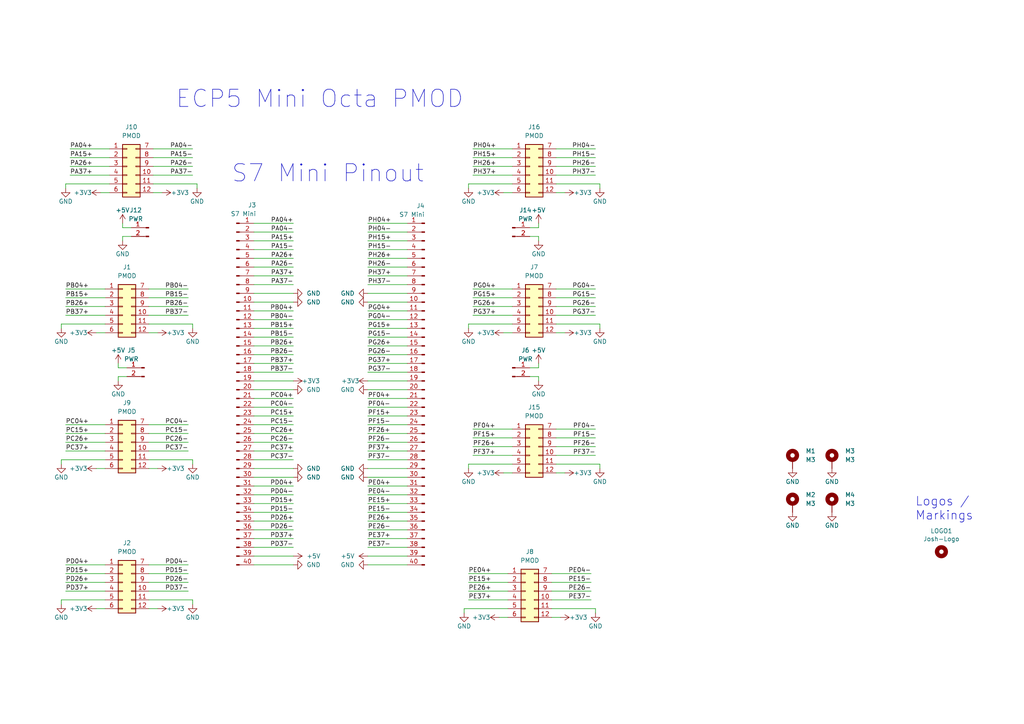
<source format=kicad_sch>
(kicad_sch (version 20201015) (generator eeschema)
  (paper "A4")
  (title_block (title "Quad PMOD") (date "2020-09-20") (rev "0.1"))
  (lib_symbols
    (symbol "Connector:Conn_01x02_Male" (pin_names (offset 1.016) hide)
      (property "Reference" "J" (at 0 2.54 0))
      (property "Value" "Conn_01x02_Male" (at 0 -5.08 0))
      (symbol "Conn_01x02_Male_1_1"
        (pin passive line (at 5.08 0 180) (length 3.81) (name "Pin_1") (number "1"))
        (pin passive line (at 5.08 -2.54 180) (length 3.81) (name "Pin_2") (number "2"))
      )
    )
    (symbol "Connector:Conn_01x40_Male" (pin_names (offset 1.016) hide)
      (property "Reference" "J" (at 0 50.8 0))
      (property "Value" "Conn_01x40_Male" (at 0 -53.34 0))
      (symbol "Conn_01x40_Male_1_1"
        (pin passive line (at 5.08 48.26 180) (length 3.81) (name "Pin_1") (number "1"))
        (pin passive line (at 5.08 25.4 180) (length 3.81) (name "Pin_10") (number "10"))
        (pin passive line (at 5.08 22.86 180) (length 3.81) (name "Pin_11") (number "11"))
        (pin passive line (at 5.08 20.32 180) (length 3.81) (name "Pin_12") (number "12"))
        (pin passive line (at 5.08 17.78 180) (length 3.81) (name "Pin_13") (number "13"))
        (pin passive line (at 5.08 15.24 180) (length 3.81) (name "Pin_14") (number "14"))
        (pin passive line (at 5.08 12.7 180) (length 3.81) (name "Pin_15") (number "15"))
        (pin passive line (at 5.08 10.16 180) (length 3.81) (name "Pin_16") (number "16"))
        (pin passive line (at 5.08 7.62 180) (length 3.81) (name "Pin_17") (number "17"))
        (pin passive line (at 5.08 5.08 180) (length 3.81) (name "Pin_18") (number "18"))
        (pin passive line (at 5.08 2.54 180) (length 3.81) (name "Pin_19") (number "19"))
        (pin passive line (at 5.08 45.72 180) (length 3.81) (name "Pin_2") (number "2"))
        (pin passive line (at 5.08 0 180) (length 3.81) (name "Pin_20") (number "20"))
        (pin passive line (at 5.08 -2.54 180) (length 3.81) (name "Pin_21") (number "21"))
        (pin passive line (at 5.08 -5.08 180) (length 3.81) (name "Pin_22") (number "22"))
        (pin passive line (at 5.08 -7.62 180) (length 3.81) (name "Pin_23") (number "23"))
        (pin passive line (at 5.08 -10.16 180) (length 3.81) (name "Pin_24") (number "24"))
        (pin passive line (at 5.08 -12.7 180) (length 3.81) (name "Pin_25") (number "25"))
        (pin passive line (at 5.08 -15.24 180) (length 3.81) (name "Pin_26") (number "26"))
        (pin passive line (at 5.08 -17.78 180) (length 3.81) (name "Pin_27") (number "27"))
        (pin passive line (at 5.08 -20.32 180) (length 3.81) (name "Pin_28") (number "28"))
        (pin passive line (at 5.08 -22.86 180) (length 3.81) (name "Pin_29") (number "29"))
        (pin passive line (at 5.08 43.18 180) (length 3.81) (name "Pin_3") (number "3"))
        (pin passive line (at 5.08 -25.4 180) (length 3.81) (name "Pin_30") (number "30"))
        (pin passive line (at 5.08 -27.94 180) (length 3.81) (name "Pin_31") (number "31"))
        (pin passive line (at 5.08 -30.48 180) (length 3.81) (name "Pin_32") (number "32"))
        (pin passive line (at 5.08 -33.02 180) (length 3.81) (name "Pin_33") (number "33"))
        (pin passive line (at 5.08 -35.56 180) (length 3.81) (name "Pin_34") (number "34"))
        (pin passive line (at 5.08 -38.1 180) (length 3.81) (name "Pin_35") (number "35"))
        (pin passive line (at 5.08 -40.64 180) (length 3.81) (name "Pin_36") (number "36"))
        (pin passive line (at 5.08 -43.18 180) (length 3.81) (name "Pin_37") (number "37"))
        (pin passive line (at 5.08 -45.72 180) (length 3.81) (name "Pin_38") (number "38"))
        (pin passive line (at 5.08 -48.26 180) (length 3.81) (name "Pin_39") (number "39"))
        (pin passive line (at 5.08 40.64 180) (length 3.81) (name "Pin_4") (number "4"))
        (pin passive line (at 5.08 -50.8 180) (length 3.81) (name "Pin_40") (number "40"))
        (pin passive line (at 5.08 38.1 180) (length 3.81) (name "Pin_5") (number "5"))
        (pin passive line (at 5.08 35.56 180) (length 3.81) (name "Pin_6") (number "6"))
        (pin passive line (at 5.08 33.02 180) (length 3.81) (name "Pin_7") (number "7"))
        (pin passive line (at 5.08 30.48 180) (length 3.81) (name "Pin_8") (number "8"))
        (pin passive line (at 5.08 27.94 180) (length 3.81) (name "Pin_9") (number "9"))
      )
    )
    (symbol "Connector:Conn_01x40_Male_1" (pin_names (offset 1.016) hide)
      (property "Reference" "J" (at 0 50.8 0))
      (property "Value" "Conn_01x40_Male" (at 0 -53.34 0))
      (symbol "Conn_01x40_Male_1_1_1"
        (pin passive line (at 5.08 48.26 180) (length 3.81) (name "Pin_1") (number "1"))
        (pin passive line (at 5.08 25.4 180) (length 3.81) (name "Pin_10") (number "10"))
        (pin passive line (at 5.08 22.86 180) (length 3.81) (name "Pin_11") (number "11"))
        (pin passive line (at 5.08 20.32 180) (length 3.81) (name "Pin_12") (number "12"))
        (pin passive line (at 5.08 17.78 180) (length 3.81) (name "Pin_13") (number "13"))
        (pin passive line (at 5.08 15.24 180) (length 3.81) (name "Pin_14") (number "14"))
        (pin passive line (at 5.08 12.7 180) (length 3.81) (name "Pin_15") (number "15"))
        (pin passive line (at 5.08 10.16 180) (length 3.81) (name "Pin_16") (number "16"))
        (pin passive line (at 5.08 7.62 180) (length 3.81) (name "Pin_17") (number "17"))
        (pin passive line (at 5.08 5.08 180) (length 3.81) (name "Pin_18") (number "18"))
        (pin passive line (at 5.08 2.54 180) (length 3.81) (name "Pin_19") (number "19"))
        (pin passive line (at 5.08 45.72 180) (length 3.81) (name "Pin_2") (number "2"))
        (pin passive line (at 5.08 0 180) (length 3.81) (name "Pin_20") (number "20"))
        (pin passive line (at 5.08 -2.54 180) (length 3.81) (name "Pin_21") (number "21"))
        (pin passive line (at 5.08 -5.08 180) (length 3.81) (name "Pin_22") (number "22"))
        (pin passive line (at 5.08 -7.62 180) (length 3.81) (name "Pin_23") (number "23"))
        (pin passive line (at 5.08 -10.16 180) (length 3.81) (name "Pin_24") (number "24"))
        (pin passive line (at 5.08 -12.7 180) (length 3.81) (name "Pin_25") (number "25"))
        (pin passive line (at 5.08 -15.24 180) (length 3.81) (name "Pin_26") (number "26"))
        (pin passive line (at 5.08 -17.78 180) (length 3.81) (name "Pin_27") (number "27"))
        (pin passive line (at 5.08 -20.32 180) (length 3.81) (name "Pin_28") (number "28"))
        (pin passive line (at 5.08 -22.86 180) (length 3.81) (name "Pin_29") (number "29"))
        (pin passive line (at 5.08 43.18 180) (length 3.81) (name "Pin_3") (number "3"))
        (pin passive line (at 5.08 -25.4 180) (length 3.81) (name "Pin_30") (number "30"))
        (pin passive line (at 5.08 -27.94 180) (length 3.81) (name "Pin_31") (number "31"))
        (pin passive line (at 5.08 -30.48 180) (length 3.81) (name "Pin_32") (number "32"))
        (pin passive line (at 5.08 -33.02 180) (length 3.81) (name "Pin_33") (number "33"))
        (pin passive line (at 5.08 -35.56 180) (length 3.81) (name "Pin_34") (number "34"))
        (pin passive line (at 5.08 -38.1 180) (length 3.81) (name "Pin_35") (number "35"))
        (pin passive line (at 5.08 -40.64 180) (length 3.81) (name "Pin_36") (number "36"))
        (pin passive line (at 5.08 -43.18 180) (length 3.81) (name "Pin_37") (number "37"))
        (pin passive line (at 5.08 -45.72 180) (length 3.81) (name "Pin_38") (number "38"))
        (pin passive line (at 5.08 -48.26 180) (length 3.81) (name "Pin_39") (number "39"))
        (pin passive line (at 5.08 40.64 180) (length 3.81) (name "Pin_4") (number "4"))
        (pin passive line (at 5.08 -50.8 180) (length 3.81) (name "Pin_40") (number "40"))
        (pin passive line (at 5.08 38.1 180) (length 3.81) (name "Pin_5") (number "5"))
        (pin passive line (at 5.08 35.56 180) (length 3.81) (name "Pin_6") (number "6"))
        (pin passive line (at 5.08 33.02 180) (length 3.81) (name "Pin_7") (number "7"))
        (pin passive line (at 5.08 30.48 180) (length 3.81) (name "Pin_8") (number "8"))
        (pin passive line (at 5.08 27.94 180) (length 3.81) (name "Pin_9") (number "9"))
      )
    )
    (symbol "Connector_Generic:Conn_02x06_Top_Bottom" (pin_names (offset 1.016) hide)
      (property "Reference" "J" (at 1.27 7.62 0))
      (property "Value" "Conn_02x06_Top_Bottom" (at 1.27 -10.16 0))
      (symbol "Conn_02x06_Top_Bottom_1_1"
        (pin passive line (at -5.08 5.08 0) (length 3.81) (name "Pin_1") (number "1"))
        (pin passive line (at 7.62 -2.54 180) (length 3.81) (name "Pin_10") (number "10"))
        (pin passive line (at 7.62 -5.08 180) (length 3.81) (name "Pin_11") (number "11"))
        (pin passive line (at 7.62 -7.62 180) (length 3.81) (name "Pin_12") (number "12"))
        (pin passive line (at -5.08 2.54 0) (length 3.81) (name "Pin_2") (number "2"))
        (pin passive line (at -5.08 0 0) (length 3.81) (name "Pin_3") (number "3"))
        (pin passive line (at -5.08 -2.54 0) (length 3.81) (name "Pin_4") (number "4"))
        (pin passive line (at -5.08 -5.08 0) (length 3.81) (name "Pin_5") (number "5"))
        (pin passive line (at -5.08 -7.62 0) (length 3.81) (name "Pin_6") (number "6"))
        (pin passive line (at 7.62 5.08 180) (length 3.81) (name "Pin_7") (number "7"))
        (pin passive line (at 7.62 2.54 180) (length 3.81) (name "Pin_8") (number "8"))
        (pin passive line (at 7.62 0 180) (length 3.81) (name "Pin_9") (number "9"))
      )
    )
    (symbol "Mechanical:MountingHole" (pin_names (offset 1.016))
      (property "Reference" "H" (at 0 5.08 0))
      (property "Value" "MountingHole" (at 0 3.175 0))
    )
    (symbol "Mechanical:MountingHole_Pad" (pin_numbers hide) (pin_names (offset 1.016) hide)
      (property "Reference" "H" (at 0 6.35 0))
      (property "Value" "MountingHole_Pad" (at 0 4.445 0))
      (symbol "MountingHole_Pad_1_1"
        (pin input line (at 0 -2.54 90) (length 2.54) (name "1") (number "1"))
      )
    )
    (symbol "power:+3V3" (power) (pin_names (offset 0))
      (property "Value" "+3V3" (at 0 3.556 0))
      (symbol "+3V3_1_1"
        (pin power_in line (at 0 0 90) (length 0) hide (name "+3V3") (number "1"))
      )
    )
    (symbol "power:+5V" (power) (pin_names (offset 0))
      (property "Value" "+5V" (at 0 3.556 0))
      (symbol "+5V_1_1"
        (pin power_in line (at 0 0 90) (length 0) hide (name "+5V") (number "1"))
      )
    )
    (symbol "power:GND" (power) (pin_names (offset 0))
      (property "Value" "GND" (at 0 -3.81 0))
      (symbol "GND_1_1"
        (pin power_in line (at 0 0 270) (length 0) hide (name "GND") (number "1"))
      )
    )
  )
  (bus_alias "SD" (members "SD_DAT[0..3]" "SD_CMD" "SD_CLK" "SD_DET"))
  (bus_alias "USB" (members "USB_D-" "USB_D+" "USB_PU"))
  (bus_alias "HYPERRAM" (members "HR_nRST" "HR_nCS" "HR_CK_N" "HR_RWDS" "HR_DQ[0..7]" "HR_CK"))
  (bus_alias "LED" (members "LED_[0..7]" "LED_R" "LED_G" "LED_B"))
  (wire (pts (xy 17.78 93.98) (xy 17.78 95.25)))
  (wire (pts (xy 17.78 93.98) (xy 30.48 93.98)))
  (wire (pts (xy 17.78 133.35) (xy 17.78 134.62)))
  (wire (pts (xy 17.78 133.35) (xy 30.48 133.35)))
  (wire (pts (xy 17.78 173.99) (xy 17.78 175.26)))
  (wire (pts (xy 17.78 173.99) (xy 30.48 173.99)))
  (wire (pts (xy 19.05 53.34) (xy 19.05 54.61)))
  (wire (pts (xy 19.05 53.34) (xy 31.75 53.34)))
  (wire (pts (xy 27.94 96.52) (xy 30.48 96.52)))
  (wire (pts (xy 27.94 135.89) (xy 30.48 135.89)))
  (wire (pts (xy 27.94 176.53) (xy 30.48 176.53)))
  (wire (pts (xy 29.21 55.88) (xy 31.75 55.88)))
  (wire (pts (xy 30.48 83.82) (xy 19.05 83.82)))
  (wire (pts (xy 30.48 86.36) (xy 19.05 86.36)))
  (wire (pts (xy 30.48 88.9) (xy 19.05 88.9)))
  (wire (pts (xy 30.48 91.44) (xy 19.05 91.44)))
  (wire (pts (xy 30.48 123.19) (xy 19.05 123.19)))
  (wire (pts (xy 30.48 125.73) (xy 19.05 125.73)))
  (wire (pts (xy 30.48 128.27) (xy 19.05 128.27)))
  (wire (pts (xy 30.48 130.81) (xy 19.05 130.81)))
  (wire (pts (xy 30.48 163.83) (xy 19.05 163.83)))
  (wire (pts (xy 30.48 166.37) (xy 19.05 166.37)))
  (wire (pts (xy 30.48 168.91) (xy 19.05 168.91)))
  (wire (pts (xy 30.48 171.45) (xy 19.05 171.45)))
  (wire (pts (xy 31.75 43.18) (xy 20.32 43.18)))
  (wire (pts (xy 31.75 45.72) (xy 20.32 45.72)))
  (wire (pts (xy 31.75 48.26) (xy 20.32 48.26)))
  (wire (pts (xy 31.75 50.8) (xy 20.32 50.8)))
  (wire (pts (xy 34.29 105.41) (xy 34.29 106.68)))
  (wire (pts (xy 34.29 106.68) (xy 36.83 106.68)))
  (wire (pts (xy 34.29 109.22) (xy 34.29 110.49)))
  (wire (pts (xy 35.56 64.77) (xy 35.56 66.04)))
  (wire (pts (xy 35.56 66.04) (xy 38.1 66.04)))
  (wire (pts (xy 35.56 68.58) (xy 35.56 69.85)))
  (wire (pts (xy 36.83 109.22) (xy 34.29 109.22)))
  (wire (pts (xy 38.1 68.58) (xy 35.56 68.58)))
  (wire (pts (xy 43.18 83.82) (xy 54.61 83.82)))
  (wire (pts (xy 43.18 86.36) (xy 54.61 86.36)))
  (wire (pts (xy 43.18 88.9) (xy 54.61 88.9)))
  (wire (pts (xy 43.18 91.44) (xy 54.61 91.44)))
  (wire (pts (xy 43.18 93.98) (xy 55.88 93.98)))
  (wire (pts (xy 43.18 96.52) (xy 45.72 96.52)))
  (wire (pts (xy 43.18 123.19) (xy 54.61 123.19)))
  (wire (pts (xy 43.18 125.73) (xy 54.61 125.73)))
  (wire (pts (xy 43.18 128.27) (xy 54.61 128.27)))
  (wire (pts (xy 43.18 130.81) (xy 54.61 130.81)))
  (wire (pts (xy 43.18 133.35) (xy 55.88 133.35)))
  (wire (pts (xy 43.18 135.89) (xy 45.72 135.89)))
  (wire (pts (xy 43.18 163.83) (xy 54.61 163.83)))
  (wire (pts (xy 43.18 166.37) (xy 54.61 166.37)))
  (wire (pts (xy 43.18 168.91) (xy 54.61 168.91)))
  (wire (pts (xy 43.18 171.45) (xy 54.61 171.45)))
  (wire (pts (xy 43.18 173.99) (xy 55.88 173.99)))
  (wire (pts (xy 43.18 176.53) (xy 45.72 176.53)))
  (wire (pts (xy 44.45 43.18) (xy 55.88 43.18)))
  (wire (pts (xy 44.45 45.72) (xy 55.88 45.72)))
  (wire (pts (xy 44.45 48.26) (xy 55.88 48.26)))
  (wire (pts (xy 44.45 50.8) (xy 55.88 50.8)))
  (wire (pts (xy 44.45 53.34) (xy 57.15 53.34)))
  (wire (pts (xy 44.45 55.88) (xy 46.99 55.88)))
  (wire (pts (xy 55.88 93.98) (xy 55.88 95.25)))
  (wire (pts (xy 55.88 133.35) (xy 55.88 134.62)))
  (wire (pts (xy 55.88 173.99) (xy 55.88 175.26)))
  (wire (pts (xy 57.15 53.34) (xy 57.15 54.61)))
  (wire (pts (xy 73.66 64.77) (xy 85.09 64.77)))
  (wire (pts (xy 73.66 67.31) (xy 85.09 67.31)))
  (wire (pts (xy 73.66 69.85) (xy 85.09 69.85)))
  (wire (pts (xy 73.66 72.39) (xy 85.09 72.39)))
  (wire (pts (xy 73.66 74.93) (xy 85.09 74.93)))
  (wire (pts (xy 73.66 77.47) (xy 85.09 77.47)))
  (wire (pts (xy 73.66 80.01) (xy 85.09 80.01)))
  (wire (pts (xy 73.66 82.55) (xy 85.09 82.55)))
  (wire (pts (xy 73.66 85.09) (xy 85.09 85.09)))
  (wire (pts (xy 73.66 87.63) (xy 85.09 87.63)))
  (wire (pts (xy 73.66 90.17) (xy 85.09 90.17)))
  (wire (pts (xy 73.66 92.71) (xy 85.09 92.71)))
  (wire (pts (xy 73.66 95.25) (xy 85.09 95.25)))
  (wire (pts (xy 73.66 97.79) (xy 85.09 97.79)))
  (wire (pts (xy 73.66 100.33) (xy 85.09 100.33)))
  (wire (pts (xy 73.66 102.87) (xy 85.09 102.87)))
  (wire (pts (xy 73.66 105.41) (xy 85.09 105.41)))
  (wire (pts (xy 73.66 107.95) (xy 85.09 107.95)))
  (wire (pts (xy 73.66 110.49) (xy 85.09 110.49)))
  (wire (pts (xy 73.66 113.03) (xy 85.09 113.03)))
  (wire (pts (xy 73.66 115.57) (xy 85.09 115.57)))
  (wire (pts (xy 73.66 118.11) (xy 85.09 118.11)))
  (wire (pts (xy 73.66 120.65) (xy 85.09 120.65)))
  (wire (pts (xy 73.66 123.19) (xy 85.09 123.19)))
  (wire (pts (xy 73.66 125.73) (xy 85.09 125.73)))
  (wire (pts (xy 73.66 128.27) (xy 85.09 128.27)))
  (wire (pts (xy 73.66 130.81) (xy 85.09 130.81)))
  (wire (pts (xy 73.66 133.35) (xy 85.09 133.35)))
  (wire (pts (xy 73.66 135.89) (xy 85.09 135.89)))
  (wire (pts (xy 73.66 138.43) (xy 85.09 138.43)))
  (wire (pts (xy 73.66 140.97) (xy 85.09 140.97)))
  (wire (pts (xy 73.66 143.51) (xy 85.09 143.51)))
  (wire (pts (xy 73.66 146.05) (xy 85.09 146.05)))
  (wire (pts (xy 73.66 148.59) (xy 85.09 148.59)))
  (wire (pts (xy 73.66 151.13) (xy 85.09 151.13)))
  (wire (pts (xy 73.66 153.67) (xy 85.09 153.67)))
  (wire (pts (xy 73.66 156.21) (xy 85.09 156.21)))
  (wire (pts (xy 73.66 158.75) (xy 85.09 158.75)))
  (wire (pts (xy 73.66 161.29) (xy 85.09 161.29)))
  (wire (pts (xy 73.66 163.83) (xy 85.09 163.83)))
  (wire (pts (xy 106.68 85.09) (xy 118.11 85.09)))
  (wire (pts (xy 106.68 87.63) (xy 118.11 87.63)))
  (wire (pts (xy 106.68 110.49) (xy 118.11 110.49)))
  (wire (pts (xy 106.68 113.03) (xy 118.11 113.03)))
  (wire (pts (xy 106.68 135.89) (xy 118.11 135.89)))
  (wire (pts (xy 106.68 138.43) (xy 118.11 138.43)))
  (wire (pts (xy 106.68 161.29) (xy 118.11 161.29)))
  (wire (pts (xy 106.68 163.83) (xy 118.11 163.83)))
  (wire (pts (xy 118.11 64.77) (xy 106.68 64.77)))
  (wire (pts (xy 118.11 67.31) (xy 106.68 67.31)))
  (wire (pts (xy 118.11 69.85) (xy 106.68 69.85)))
  (wire (pts (xy 118.11 72.39) (xy 106.68 72.39)))
  (wire (pts (xy 118.11 74.93) (xy 106.68 74.93)))
  (wire (pts (xy 118.11 77.47) (xy 106.68 77.47)))
  (wire (pts (xy 118.11 80.01) (xy 106.68 80.01)))
  (wire (pts (xy 118.11 82.55) (xy 106.68 82.55)))
  (wire (pts (xy 118.11 90.17) (xy 106.68 90.17)))
  (wire (pts (xy 118.11 92.71) (xy 106.68 92.71)))
  (wire (pts (xy 118.11 95.25) (xy 106.68 95.25)))
  (wire (pts (xy 118.11 97.79) (xy 106.68 97.79)))
  (wire (pts (xy 118.11 100.33) (xy 106.68 100.33)))
  (wire (pts (xy 118.11 102.87) (xy 106.68 102.87)))
  (wire (pts (xy 118.11 105.41) (xy 106.68 105.41)))
  (wire (pts (xy 118.11 107.95) (xy 106.68 107.95)))
  (wire (pts (xy 118.11 115.57) (xy 106.68 115.57)))
  (wire (pts (xy 118.11 118.11) (xy 106.68 118.11)))
  (wire (pts (xy 118.11 120.65) (xy 106.68 120.65)))
  (wire (pts (xy 118.11 123.19) (xy 106.68 123.19)))
  (wire (pts (xy 118.11 125.73) (xy 106.68 125.73)))
  (wire (pts (xy 118.11 128.27) (xy 106.68 128.27)))
  (wire (pts (xy 118.11 130.81) (xy 106.68 130.81)))
  (wire (pts (xy 118.11 133.35) (xy 106.68 133.35)))
  (wire (pts (xy 118.11 140.97) (xy 106.68 140.97)))
  (wire (pts (xy 118.11 143.51) (xy 106.68 143.51)))
  (wire (pts (xy 118.11 146.05) (xy 106.68 146.05)))
  (wire (pts (xy 118.11 148.59) (xy 106.68 148.59)))
  (wire (pts (xy 118.11 151.13) (xy 106.68 151.13)))
  (wire (pts (xy 118.11 153.67) (xy 106.68 153.67)))
  (wire (pts (xy 118.11 156.21) (xy 106.68 156.21)))
  (wire (pts (xy 118.11 158.75) (xy 106.68 158.75)))
  (wire (pts (xy 134.62 176.53) (xy 134.62 177.8)))
  (wire (pts (xy 134.62 176.53) (xy 147.32 176.53)))
  (wire (pts (xy 135.89 53.34) (xy 135.89 54.61)))
  (wire (pts (xy 135.89 53.34) (xy 148.59 53.34)))
  (wire (pts (xy 135.89 93.98) (xy 135.89 95.25)))
  (wire (pts (xy 135.89 93.98) (xy 148.59 93.98)))
  (wire (pts (xy 135.89 134.62) (xy 135.89 135.89)))
  (wire (pts (xy 135.89 134.62) (xy 148.59 134.62)))
  (wire (pts (xy 144.78 179.07) (xy 147.32 179.07)))
  (wire (pts (xy 146.05 55.88) (xy 148.59 55.88)))
  (wire (pts (xy 146.05 96.52) (xy 148.59 96.52)))
  (wire (pts (xy 146.05 137.16) (xy 148.59 137.16)))
  (wire (pts (xy 147.32 166.37) (xy 135.89 166.37)))
  (wire (pts (xy 147.32 168.91) (xy 135.89 168.91)))
  (wire (pts (xy 147.32 171.45) (xy 135.89 171.45)))
  (wire (pts (xy 147.32 173.99) (xy 135.89 173.99)))
  (wire (pts (xy 148.59 43.18) (xy 137.16 43.18)))
  (wire (pts (xy 148.59 45.72) (xy 137.16 45.72)))
  (wire (pts (xy 148.59 48.26) (xy 137.16 48.26)))
  (wire (pts (xy 148.59 50.8) (xy 137.16 50.8)))
  (wire (pts (xy 148.59 83.82) (xy 137.16 83.82)))
  (wire (pts (xy 148.59 86.36) (xy 137.16 86.36)))
  (wire (pts (xy 148.59 88.9) (xy 137.16 88.9)))
  (wire (pts (xy 148.59 91.44) (xy 137.16 91.44)))
  (wire (pts (xy 148.59 124.46) (xy 137.16 124.46)))
  (wire (pts (xy 148.59 127) (xy 137.16 127)))
  (wire (pts (xy 148.59 129.54) (xy 137.16 129.54)))
  (wire (pts (xy 148.59 132.08) (xy 137.16 132.08)))
  (wire (pts (xy 153.67 68.58) (xy 156.21 68.58)))
  (wire (pts (xy 153.67 109.22) (xy 156.21 109.22)))
  (wire (pts (xy 156.21 64.77) (xy 156.21 66.04)))
  (wire (pts (xy 156.21 66.04) (xy 153.67 66.04)))
  (wire (pts (xy 156.21 68.58) (xy 156.21 69.85)))
  (wire (pts (xy 156.21 105.41) (xy 156.21 106.68)))
  (wire (pts (xy 156.21 106.68) (xy 153.67 106.68)))
  (wire (pts (xy 156.21 109.22) (xy 156.21 110.49)))
  (wire (pts (xy 160.02 166.37) (xy 171.45 166.37)))
  (wire (pts (xy 160.02 168.91) (xy 171.45 168.91)))
  (wire (pts (xy 160.02 171.45) (xy 171.45 171.45)))
  (wire (pts (xy 160.02 173.99) (xy 171.45 173.99)))
  (wire (pts (xy 160.02 176.53) (xy 172.72 176.53)))
  (wire (pts (xy 160.02 179.07) (xy 162.56 179.07)))
  (wire (pts (xy 161.29 43.18) (xy 172.72 43.18)))
  (wire (pts (xy 161.29 45.72) (xy 172.72 45.72)))
  (wire (pts (xy 161.29 48.26) (xy 172.72 48.26)))
  (wire (pts (xy 161.29 50.8) (xy 172.72 50.8)))
  (wire (pts (xy 161.29 53.34) (xy 173.99 53.34)))
  (wire (pts (xy 161.29 55.88) (xy 163.83 55.88)))
  (wire (pts (xy 161.29 83.82) (xy 172.72 83.82)))
  (wire (pts (xy 161.29 86.36) (xy 172.72 86.36)))
  (wire (pts (xy 161.29 88.9) (xy 172.72 88.9)))
  (wire (pts (xy 161.29 91.44) (xy 172.72 91.44)))
  (wire (pts (xy 161.29 93.98) (xy 173.99 93.98)))
  (wire (pts (xy 161.29 96.52) (xy 163.83 96.52)))
  (wire (pts (xy 161.29 124.46) (xy 172.72 124.46)))
  (wire (pts (xy 161.29 127) (xy 172.72 127)))
  (wire (pts (xy 161.29 129.54) (xy 172.72 129.54)))
  (wire (pts (xy 161.29 132.08) (xy 172.72 132.08)))
  (wire (pts (xy 161.29 134.62) (xy 173.99 134.62)))
  (wire (pts (xy 161.29 137.16) (xy 163.83 137.16)))
  (wire (pts (xy 172.72 176.53) (xy 172.72 177.8)))
  (wire (pts (xy 173.99 53.34) (xy 173.99 54.61)))
  (wire (pts (xy 173.99 93.98) (xy 173.99 95.25)))
  (wire (pts (xy 173.99 134.62) (xy 173.99 135.89)))
  (text "S7 Mini Pinout" (at 123.19 53.34 180) (effects (font (size 5 5)) (justify right bottom)))
  (text "ECP5 Mini Octa PMOD" (at 134.62 31.75 180) (effects (font (size 5 5)) (justify right bottom)))
  (text "Logos / \nMarkings" (at 265.43 151.13 0) (effects (font (size 2.54 2.54)) (justify left bottom)))
  (label "PB04+" (at 19.05 83.82 0))
  (label "PB15+" (at 19.05 86.36 0))
  (label "PB26+" (at 19.05 88.9 0))
  (label "PB37+" (at 19.05 91.44 0))
  (label "PC04+" (at 19.05 123.19 0))
  (label "PC15+" (at 19.05 125.73 0))
  (label "PC26+" (at 19.05 128.27 0))
  (label "PC37+" (at 19.05 130.81 0))
  (label "PD04+" (at 19.05 163.83 0))
  (label "PD15+" (at 19.05 166.37 0))
  (label "PD26+" (at 19.05 168.91 0))
  (label "PD37+" (at 19.05 171.45 0))
  (label "PA04+" (at 20.32 43.18 0))
  (label "PA15+" (at 20.32 45.72 0))
  (label "PA26+" (at 20.32 48.26 0))
  (label "PA37+" (at 20.32 50.8 0))
  (label "PB04-" (at 54.61 83.82 180))
  (label "PB15-" (at 54.61 86.36 180))
  (label "PB26-" (at 54.61 88.9 180))
  (label "PB37-" (at 54.61 91.44 180))
  (label "PC04-" (at 54.61 123.19 180))
  (label "PC15-" (at 54.61 125.73 180))
  (label "PC26-" (at 54.61 128.27 180))
  (label "PC37-" (at 54.61 130.81 180))
  (label "PD04-" (at 54.61 163.83 180))
  (label "PD15-" (at 54.61 166.37 180))
  (label "PD26-" (at 54.61 168.91 180))
  (label "PD37-" (at 54.61 171.45 180))
  (label "PA04-" (at 55.88 43.18 180))
  (label "PA15-" (at 55.88 45.72 180))
  (label "PA26-" (at 55.88 48.26 180))
  (label "PA37-" (at 55.88 50.8 180))
  (label "PA04+" (at 85.09 64.77 180))
  (label "PA04-" (at 85.09 67.31 180))
  (label "PA15+" (at 85.09 69.85 180))
  (label "PA15-" (at 85.09 72.39 180))
  (label "PA26+" (at 85.09 74.93 180))
  (label "PA26-" (at 85.09 77.47 180))
  (label "PA37+" (at 85.09 80.01 180))
  (label "PA37-" (at 85.09 82.55 180))
  (label "PB04+" (at 85.09 90.17 180))
  (label "PB04-" (at 85.09 92.71 180))
  (label "PB15+" (at 85.09 95.25 180))
  (label "PB15-" (at 85.09 97.79 180))
  (label "PB26+" (at 85.09 100.33 180))
  (label "PB26-" (at 85.09 102.87 180))
  (label "PB37+" (at 85.09 105.41 180))
  (label "PB37-" (at 85.09 107.95 180))
  (label "PC04+" (at 85.09 115.57 180))
  (label "PC04-" (at 85.09 118.11 180))
  (label "PC15+" (at 85.09 120.65 180))
  (label "PC15-" (at 85.09 123.19 180))
  (label "PC26+" (at 85.09 125.73 180))
  (label "PC26-" (at 85.09 128.27 180))
  (label "PC37+" (at 85.09 130.81 180))
  (label "PC37-" (at 85.09 133.35 180))
  (label "PD04+" (at 85.09 140.97 180))
  (label "PD04-" (at 85.09 143.51 180))
  (label "PD15+" (at 85.09 146.05 180))
  (label "PD15-" (at 85.09 148.59 180))
  (label "PD26+" (at 85.09 151.13 180))
  (label "PD26-" (at 85.09 153.67 180))
  (label "PD37+" (at 85.09 156.21 180))
  (label "PD37-" (at 85.09 158.75 180))
  (label "PH04+" (at 106.68 64.77 0))
  (label "PH04-" (at 106.68 67.31 0))
  (label "PH15+" (at 106.68 69.85 0))
  (label "PH15-" (at 106.68 72.39 0))
  (label "PH26+" (at 106.68 74.93 0))
  (label "PH26-" (at 106.68 77.47 0))
  (label "PH37+" (at 106.68 80.01 0))
  (label "PH37-" (at 106.68 82.55 0))
  (label "PG04+" (at 106.68 90.17 0))
  (label "PG04-" (at 106.68 92.71 0))
  (label "PG15+" (at 106.68 95.25 0))
  (label "PG15-" (at 106.68 97.79 0))
  (label "PG26+" (at 106.68 100.33 0))
  (label "PG26-" (at 106.68 102.87 0))
  (label "PG37+" (at 106.68 105.41 0))
  (label "PG37-" (at 106.68 107.95 0))
  (label "PF04+" (at 106.68 115.57 0))
  (label "PF04-" (at 106.68 118.11 0))
  (label "PF15+" (at 106.68 120.65 0))
  (label "PF15-" (at 106.68 123.19 0))
  (label "PF26+" (at 106.68 125.73 0))
  (label "PF26-" (at 106.68 128.27 0))
  (label "PF37+" (at 106.68 130.81 0))
  (label "PF37-" (at 106.68 133.35 0))
  (label "PE04+" (at 106.68 140.97 0))
  (label "PE04-" (at 106.68 143.51 0))
  (label "PE15+" (at 106.68 146.05 0))
  (label "PE15-" (at 106.68 148.59 0))
  (label "PE26+" (at 106.68 151.13 0))
  (label "PE26-" (at 106.68 153.67 0))
  (label "PE37+" (at 106.68 156.21 0))
  (label "PE37-" (at 106.68 158.75 0))
  (label "PE04+" (at 135.89 166.37 0))
  (label "PE15+" (at 135.89 168.91 0))
  (label "PE26+" (at 135.89 171.45 0))
  (label "PE37+" (at 135.89 173.99 0))
  (label "PH04+" (at 137.16 43.18 0))
  (label "PH15+" (at 137.16 45.72 0))
  (label "PH26+" (at 137.16 48.26 0))
  (label "PH37+" (at 137.16 50.8 0))
  (label "PG04+" (at 137.16 83.82 0))
  (label "PG15+" (at 137.16 86.36 0))
  (label "PG26+" (at 137.16 88.9 0))
  (label "PG37+" (at 137.16 91.44 0))
  (label "PF04+" (at 137.16 124.46 0))
  (label "PF15+" (at 137.16 127 0))
  (label "PF26+" (at 137.16 129.54 0))
  (label "PF37+" (at 137.16 132.08 0))
  (label "PE04-" (at 171.45 166.37 180))
  (label "PE15-" (at 171.45 168.91 180))
  (label "PE26-" (at 171.45 171.45 180))
  (label "PE37-" (at 171.45 173.99 180))
  (label "PH04-" (at 172.72 43.18 180))
  (label "PH15-" (at 172.72 45.72 180))
  (label "PH26-" (at 172.72 48.26 180))
  (label "PH37-" (at 172.72 50.8 180))
  (label "PG04-" (at 172.72 83.82 180))
  (label "PG15-" (at 172.72 86.36 180))
  (label "PG26-" (at 172.72 88.9 180))
  (label "PG37-" (at 172.72 91.44 180))
  (label "PF04-" (at 172.72 124.46 180))
  (label "PF15-" (at 172.72 127 180))
  (label "PF26-" (at 172.72 129.54 180))
  (label "PF37-" (at 172.72 132.08 180))
  (symbol (lib_id "power:+3V3") (at 27.94 96.52 90) (unit 1)
    (property "Reference" "#PWR0139" (effects hide))
    (property "Value" "+3V3" (at 25.4 96.52 90) (effects (justify left)))
  )
  (symbol (lib_id "power:+3V3") (at 27.94 135.89 90) (unit 1)
    (property "Reference" "#PWR0145" (effects hide))
    (property "Value" "+3V3" (at 25.4 135.89 90) (effects (justify left)))
  )
  (symbol (lib_id "power:+3V3") (at 27.94 176.53 90) (unit 1)
    (property "Reference" "#PWR0136" (effects hide))
    (property "Value" "+3V3" (at 25.4 176.53 90) (effects (justify left)))
  )
  (symbol (lib_id "power:+3V3") (at 29.21 55.88 90) (unit 1)
    (property "Reference" "#PWR0130" (effects hide))
    (property "Value" "+3V3" (at 26.67 55.88 90) (effects (justify left)))
  )
  (symbol (lib_id "power:+5V") (at 34.29 105.41 0) (mirror y) (unit 1)
    (property "Reference" "#PWR0110" (effects hide))
    (property "Value" "+5V" (at 34.29 101.6 0))
  )
  (symbol (lib_id "power:+5V") (at 35.56 64.77 0) (mirror y) (unit 1)
    (property "Reference" "#PWR0128" (effects hide))
    (property "Value" "+5V" (at 35.56 60.96 0))
  )
  (symbol (lib_id "power:+3V3") (at 45.72 96.52 270) (unit 1)
    (property "Reference" "#PWR0138" (effects hide))
    (property "Value" "+3V3" (at 48.26 96.52 90) (effects (justify left)))
  )
  (symbol (lib_id "power:+3V3") (at 45.72 135.89 270) (unit 1)
    (property "Reference" "#PWR0141" (effects hide))
    (property "Value" "+3V3" (at 48.26 135.89 90) (effects (justify left)))
  )
  (symbol (lib_id "power:+3V3") (at 45.72 176.53 270) (unit 1)
    (property "Reference" "#PWR0133" (effects hide))
    (property "Value" "+3V3" (at 48.26 176.53 90) (effects (justify left)))
  )
  (symbol (lib_id "power:+3V3") (at 46.99 55.88 270) (unit 1)
    (property "Reference" "#PWR0127" (effects hide))
    (property "Value" "+3V3" (at 49.53 55.88 90) (effects (justify left)))
  )
  (symbol (lib_id "power:+3V3") (at 85.09 110.49 270) (unit 1)
    (property "Reference" "#PWR0151" (effects hide))
    (property "Value" "+3V3" (at 90.17 110.49 90))
  )
  (symbol (lib_id "power:+5V") (at 85.09 161.29 270) (unit 1)
    (property "Reference" "#PWR0155" (effects hide))
    (property "Value" "+5V" (at 88.9 161.29 90) (effects (justify left)))
  )
  (symbol (lib_id "power:+3V3") (at 106.68 110.49 90) (mirror x) (unit 1)
    (property "Reference" "#PWR0157" (effects hide))
    (property "Value" "+3V3" (at 101.6 110.49 90))
  )
  (symbol (lib_id "power:+5V") (at 106.68 161.29 90) (unit 1)
    (property "Reference" "#PWR0153" (effects hide))
    (property "Value" "+5V" (at 102.87 161.29 90) (effects (justify left)))
  )
  (symbol (lib_id "power:+3V3") (at 144.78 179.07 90) (unit 1)
    (property "Reference" "#PWR0124" (effects hide))
    (property "Value" "+3V3" (at 142.24 179.07 90) (effects (justify left)))
  )
  (symbol (lib_id "power:+3V3") (at 146.05 55.88 90) (unit 1)
    (property "Reference" "#PWR0106" (effects hide))
    (property "Value" "+3V3" (at 143.51 55.88 90) (effects (justify left)))
  )
  (symbol (lib_id "power:+3V3") (at 146.05 96.52 90) (unit 1)
    (property "Reference" "#PWR0109" (effects hide))
    (property "Value" "+3V3" (at 143.51 96.52 90) (effects (justify left)))
  )
  (symbol (lib_id "power:+3V3") (at 146.05 137.16 90) (unit 1)
    (property "Reference" "#PWR0118" (effects hide))
    (property "Value" "+3V3" (at 143.51 137.16 90) (effects (justify left)))
  )
  (symbol (lib_id "power:+5V") (at 156.21 64.77 0) (unit 1)
    (property "Reference" "#PWR0102" (effects hide))
    (property "Value" "+5V" (at 156.21 60.96 0))
  )
  (symbol (lib_id "power:+5V") (at 156.21 105.41 0) (unit 1)
    (property "Reference" "#PWR0120" (effects hide))
    (property "Value" "+5V" (at 156.21 101.6 0))
  )
  (symbol (lib_id "power:+3V3") (at 162.56 179.07 270) (unit 1)
    (property "Reference" "#PWR0122" (effects hide))
    (property "Value" "+3V3" (at 165.1 179.07 90) (effects (justify left)))
  )
  (symbol (lib_id "power:+3V3") (at 163.83 55.88 270) (unit 1)
    (property "Reference" "#PWR0101" (effects hide))
    (property "Value" "+3V3" (at 166.37 55.88 90) (effects (justify left)))
  )
  (symbol (lib_id "power:+3V3") (at 163.83 96.52 270) (unit 1)
    (property "Reference" "#PWR0112" (effects hide))
    (property "Value" "+3V3" (at 166.37 96.52 90) (effects (justify left)))
  )
  (symbol (lib_id "power:+3V3") (at 163.83 137.16 270) (unit 1)
    (property "Reference" "#PWR0117" (effects hide))
    (property "Value" "+3V3" (at 166.37 137.16 90) (effects (justify left)))
  )
  (symbol (lib_id "power:GND") (at 17.78 95.25 0) (unit 1)
    (property "Reference" "#PWR0140" (effects hide))
    (property "Value" "GND" (at 17.78 99.06 0))
  )
  (symbol (lib_id "power:GND") (at 17.78 134.62 0) (unit 1)
    (property "Reference" "#PWR0146" (effects hide))
    (property "Value" "GND" (at 17.78 138.43 0))
  )
  (symbol (lib_id "power:GND") (at 17.78 175.26 0) (unit 1)
    (property "Reference" "#PWR0137" (effects hide))
    (property "Value" "GND" (at 17.78 179.07 0))
  )
  (symbol (lib_id "power:GND") (at 19.05 54.61 0) (unit 1)
    (property "Reference" "#PWR0129" (effects hide))
    (property "Value" "GND" (at 19.05 58.42 0))
  )
  (symbol (lib_id "power:GND") (at 34.29 110.49 0) (mirror y) (unit 1)
    (property "Reference" "#PWR0104" (effects hide))
    (property "Value" "GND" (at 34.29 114.3 0))
  )
  (symbol (lib_id "power:GND") (at 35.56 69.85 0) (mirror y) (unit 1)
    (property "Reference" "#PWR0126" (effects hide))
    (property "Value" "GND" (at 35.56 73.66 0))
  )
  (symbol (lib_id "power:GND") (at 55.88 95.25 0) (unit 1)
    (property "Reference" "#PWR0131" (effects hide))
    (property "Value" "GND" (at 55.88 99.06 0))
  )
  (symbol (lib_id "power:GND") (at 55.88 134.62 0) (unit 1)
    (property "Reference" "#PWR0144" (effects hide))
    (property "Value" "GND" (at 55.88 138.43 0))
  )
  (symbol (lib_id "power:GND") (at 55.88 175.26 0) (unit 1)
    (property "Reference" "#PWR0134" (effects hide))
    (property "Value" "GND" (at 55.88 179.07 0))
  )
  (symbol (lib_id "power:GND") (at 57.15 54.61 0) (unit 1)
    (property "Reference" "#PWR0125" (effects hide))
    (property "Value" "GND" (at 57.15 58.42 0))
  )
  (symbol (lib_id "power:GND") (at 85.09 85.09 90) (unit 1)
    (property "Reference" "#PWR0142" (effects hide))
    (property "Value" "GND" (at 88.9 85.09 90) (effects (justify right)))
  )
  (symbol (lib_id "power:GND") (at 85.09 87.63 90) (unit 1)
    (property "Reference" "#PWR0143" (effects hide))
    (property "Value" "GND" (at 88.9 87.63 90) (effects (justify right)))
  )
  (symbol (lib_id "power:GND") (at 85.09 113.03 90) (unit 1)
    (property "Reference" "#PWR0152" (effects hide))
    (property "Value" "GND" (at 88.9 113.03 90) (effects (justify right)))
  )
  (symbol (lib_id "power:GND") (at 85.09 135.89 90) (unit 1)
    (property "Reference" "#PWR0149" (effects hide))
    (property "Value" "GND" (at 88.9 135.89 90) (effects (justify right)))
  )
  (symbol (lib_id "power:GND") (at 85.09 138.43 90) (unit 1)
    (property "Reference" "#PWR0147" (effects hide))
    (property "Value" "GND" (at 88.9 138.43 90) (effects (justify right)))
  )
  (symbol (lib_id "power:GND") (at 85.09 163.83 90) (unit 1)
    (property "Reference" "#PWR0154" (effects hide))
    (property "Value" "GND" (at 88.9 163.83 90) (effects (justify right)))
  )
  (symbol (lib_id "power:GND") (at 106.68 85.09 270) (unit 1)
    (property "Reference" "#PWR0159" (effects hide))
    (property "Value" "GND" (at 102.87 85.09 90) (effects (justify right)))
  )
  (symbol (lib_id "power:GND") (at 106.68 87.63 270) (unit 1)
    (property "Reference" "#PWR0160" (effects hide))
    (property "Value" "GND" (at 102.87 87.63 90) (effects (justify right)))
  )
  (symbol (lib_id "power:GND") (at 106.68 113.03 270) (mirror x) (unit 1)
    (property "Reference" "#PWR0158" (effects hide))
    (property "Value" "GND" (at 102.87 113.03 90) (effects (justify right)))
  )
  (symbol (lib_id "power:GND") (at 106.68 135.89 270) (unit 1)
    (property "Reference" "#PWR0148" (effects hide))
    (property "Value" "GND" (at 102.87 135.89 90) (effects (justify right)))
  )
  (symbol (lib_id "power:GND") (at 106.68 138.43 270) (unit 1)
    (property "Reference" "#PWR0150" (effects hide))
    (property "Value" "GND" (at 102.87 138.43 90) (effects (justify right)))
  )
  (symbol (lib_id "power:GND") (at 106.68 163.83 270) (mirror x) (unit 1)
    (property "Reference" "#PWR0156" (effects hide))
    (property "Value" "GND" (at 102.87 163.83 90) (effects (justify right)))
  )
  (symbol (lib_id "power:GND") (at 134.62 177.8 0) (unit 1)
    (property "Reference" "#PWR0123" (effects hide))
    (property "Value" "GND" (at 134.62 181.61 0))
  )
  (symbol (lib_id "power:GND") (at 135.89 54.61 0) (unit 1)
    (property "Reference" "#PWR0107" (effects hide))
    (property "Value" "GND" (at 135.89 58.42 0))
  )
  (symbol (lib_id "power:GND") (at 135.89 95.25 0) (unit 1)
    (property "Reference" "#PWR0111" (effects hide))
    (property "Value" "GND" (at 135.89 99.06 0))
  )
  (symbol (lib_id "power:GND") (at 135.89 135.89 0) (unit 1)
    (property "Reference" "#PWR0115" (effects hide))
    (property "Value" "GND" (at 135.89 139.7 0))
  )
  (symbol (lib_id "power:GND") (at 156.21 69.85 0) (unit 1)
    (property "Reference" "#PWR0105" (effects hide))
    (property "Value" "GND" (at 156.21 73.66 0))
  )
  (symbol (lib_id "power:GND") (at 156.21 110.49 0) (unit 1)
    (property "Reference" "#PWR0119" (effects hide))
    (property "Value" "GND" (at 156.21 114.3 0))
  )
  (symbol (lib_id "power:GND") (at 172.72 177.8 0) (unit 1)
    (property "Reference" "#PWR0121" (effects hide))
    (property "Value" "GND" (at 172.72 181.61 0))
  )
  (symbol (lib_id "power:GND") (at 173.99 54.61 0) (unit 1)
    (property "Reference" "#PWR0103" (effects hide))
    (property "Value" "GND" (at 173.99 58.42 0))
  )
  (symbol (lib_id "power:GND") (at 173.99 95.25 0) (unit 1)
    (property "Reference" "#PWR0113" (effects hide))
    (property "Value" "GND" (at 173.99 99.06 0))
  )
  (symbol (lib_id "power:GND") (at 173.99 135.89 0) (unit 1)
    (property "Reference" "#PWR0116" (effects hide))
    (property "Value" "GND" (at 173.99 139.7 0))
  )
  (symbol (lib_id "power:GND") (at 229.87 135.89 0) (unit 1)
    (property "Reference" "#PWR0114" (effects hide))
    (property "Value" "GND" (at 229.87 139.7 0))
  )
  (symbol (lib_id "power:GND") (at 229.87 148.59 0) (unit 1)
    (property "Reference" "#PWR0135" (effects hide))
    (property "Value" "GND" (at 229.87 152.4 0))
  )
  (symbol (lib_id "power:GND") (at 241.3 135.89 0) (unit 1)
    (property "Reference" "#PWR0132" (effects hide))
    (property "Value" "GND" (at 241.3 139.7 0))
  )
  (symbol (lib_id "power:GND") (at 241.3 148.59 0) (unit 1)
    (property "Reference" "#PWR0108" (effects hide))
    (property "Value" "GND" (at 241.3 152.4 0))
  )
  (symbol (lib_id "Mechanical:MountingHole") (at 273.05 160.02 0) (unit 1)
    (property "Reference" "LOGO1" (at 273.05 154.0002 0))
    (property "Value" "Josh-Logo" (at 273.05 156.3116 0))
    (property "Footprint" "josh-logos:josh-johnson-logo-8_6x1_5" (effects hide))
    (property "DNP" "DNP" (effects hide))
  )
  (symbol (lib_id "Mechanical:MountingHole_Pad") (at 229.87 133.35 0) (unit 1)
    (property "Reference" "M1" (at 233.68 130.81 0) (effects (justify left)))
    (property "Value" "M3" (at 233.68 133.35 0) (effects (justify left)))
    (property "Footprint" "MountingHole:MountingHole_3.2mm_M3_DIN965_Pad" (effects hide))
  )
  (symbol (lib_id "Mechanical:MountingHole_Pad") (at 229.87 146.05 0) (unit 1)
    (property "Reference" "M2" (at 233.68 143.51 0) (effects (justify left)))
    (property "Value" "M3" (at 233.68 146.05 0) (effects (justify left)))
    (property "Footprint" "MountingHole:MountingHole_3.2mm_M3_DIN965_Pad" (effects hide))
  )
  (symbol (lib_id "Mechanical:MountingHole_Pad") (at 241.3 133.35 0) (unit 1)
    (property "Reference" "M3" (at 245.11 130.81 0) (effects (justify left)))
    (property "Value" "M3" (at 245.11 133.35 0) (effects (justify left)))
    (property "Footprint" "MountingHole:MountingHole_3.2mm_M3_DIN965_Pad" (effects hide))
  )
  (symbol (lib_id "Mechanical:MountingHole_Pad") (at 241.3 146.05 0) (unit 1)
    (property "Reference" "M4" (at 245.11 143.51 0) (effects (justify left)))
    (property "Value" "M3" (at 245.11 146.05 0) (effects (justify left)))
    (property "Footprint" "MountingHole:MountingHole_3.2mm_M3_DIN965_Pad" (effects hide))
  )
  (symbol (lib_id "Connector:Conn_01x02_Male") (at 41.91 106.68 0) (mirror y) (unit 1)
    (property "Reference" "J5" (at 38.1 101.6 0))
    (property "Value" "PWR" (at 38.1 104.14 0))
    (property "Footprint" "Connector_PinSocket_2.54mm:PinSocket_1x02_P2.54mm_Vertical" (effects hide))
  )
  (symbol (lib_id "Connector:Conn_01x02_Male") (at 43.18 66.04 0) (mirror y) (unit 1)
    (property "Reference" "J12" (at 39.37 60.96 0))
    (property "Value" "PWR" (at 39.37 63.5 0))
    (property "Footprint" "Connector_PinSocket_2.54mm:PinSocket_1x02_P2.54mm_Vertical" (effects hide))
  )
  (symbol (lib_id "Connector:Conn_01x02_Male") (at 148.59 66.04 0) (unit 1)
    (property "Reference" "J14" (at 152.4 60.96 0))
    (property "Value" "PWR" (at 152.4 63.5 0))
    (property "Footprint" "Connector_PinSocket_2.54mm:PinSocket_1x02_P2.54mm_Vertical" (effects hide))
  )
  (symbol (lib_id "Connector:Conn_01x02_Male") (at 148.59 106.68 0) (unit 1)
    (property "Reference" "J6" (at 152.4 101.6 0))
    (property "Value" "PWR" (at 152.4 104.14 0))
    (property "Footprint" "Connector_PinSocket_2.54mm:PinSocket_1x02_P2.54mm_Vertical" (effects hide))
  )
  (symbol (lib_id "Connector_Generic:Conn_02x06_Top_Bottom") (at 35.56 88.9 0) (unit 1)
    (property "Reference" "J1" (at 36.83 77.47 0))
    (property "Value" "PMOD" (at 36.83 80.01 0))
    (property "Footprint" "josh-connectors:PMOD_HOST" (effects hide))
  )
  (symbol (lib_id "Connector_Generic:Conn_02x06_Top_Bottom") (at 35.56 128.27 0) (unit 1)
    (property "Reference" "J9" (at 36.83 116.84 0))
    (property "Value" "PMOD" (at 36.83 119.38 0))
    (property "Footprint" "josh-connectors:PMOD_HOST" (effects hide))
  )
  (symbol (lib_id "Connector_Generic:Conn_02x06_Top_Bottom") (at 35.56 168.91 0) (unit 1)
    (property "Reference" "J2" (at 36.83 157.48 0))
    (property "Value" "PMOD" (at 36.83 160.02 0))
    (property "Footprint" "josh-connectors:PMOD_HOST" (effects hide))
  )
  (symbol (lib_id "Connector_Generic:Conn_02x06_Top_Bottom") (at 36.83 48.26 0) (unit 1)
    (property "Reference" "J10" (at 38.1 36.83 0))
    (property "Value" "PMOD" (at 38.1 39.37 0))
    (property "Footprint" "josh-connectors:PMOD_HOST" (effects hide))
  )
  (symbol (lib_id "Connector_Generic:Conn_02x06_Top_Bottom") (at 152.4 171.45 0) (unit 1)
    (property "Reference" "J8" (at 153.67 160.02 0))
    (property "Value" "PMOD" (at 153.67 162.56 0))
    (property "Footprint" "josh-connectors:PMOD_HOST" (effects hide))
  )
  (symbol (lib_id "Connector_Generic:Conn_02x06_Top_Bottom") (at 153.67 48.26 0) (unit 1)
    (property "Reference" "J16" (at 154.94 36.83 0))
    (property "Value" "PMOD" (at 154.94 39.37 0))
    (property "Footprint" "josh-connectors:PMOD_HOST" (effects hide))
  )
  (symbol (lib_id "Connector_Generic:Conn_02x06_Top_Bottom") (at 153.67 88.9 0) (unit 1)
    (property "Reference" "J7" (at 154.94 77.47 0))
    (property "Value" "PMOD" (at 154.94 80.01 0))
    (property "Footprint" "josh-connectors:PMOD_HOST" (effects hide))
  )
  (symbol (lib_id "Connector_Generic:Conn_02x06_Top_Bottom") (at 153.67 129.54 0) (unit 1)
    (property "Reference" "J15" (at 154.94 118.11 0))
    (property "Value" "PMOD" (at 154.94 120.65 0))
    (property "Footprint" "josh-connectors:PMOD_HOST" (effects hide))
  )
  (symbol (lib_name "Connector:Conn_01x40_Male_1") (lib_id "Connector:Conn_01x40_Male") (at 68.58 113.03 0) (unit 1)
    (property "Reference" "J3" (at 74.3204 59.4868 0) (effects (justify right)))
    (property "Value" "S7 Mini" (at 74.3204 62.0268 0) (effects (justify right)))
    (property "Footprint" "josh-connectors:ECP5-Mini-Edge-40x1.27" (effects hide))
    (property "DNP" "DNP" (effects hide))
  )
  (symbol (lib_id "Connector:Conn_01x40_Male") (at 123.19 113.03 0) (mirror y) (unit 1)
    (property "Reference" "J4" (at 123.19 59.69 0) (effects (justify left)))
    (property "Value" "S7 Mini" (at 123.19 62.23 0) (effects (justify left)))
    (property "Footprint" "josh-connectors:ECP5-Mini-Edge-40x1.27" (effects hide))
    (property "DNP" "DNP" (effects hide))
  )
)
</source>
